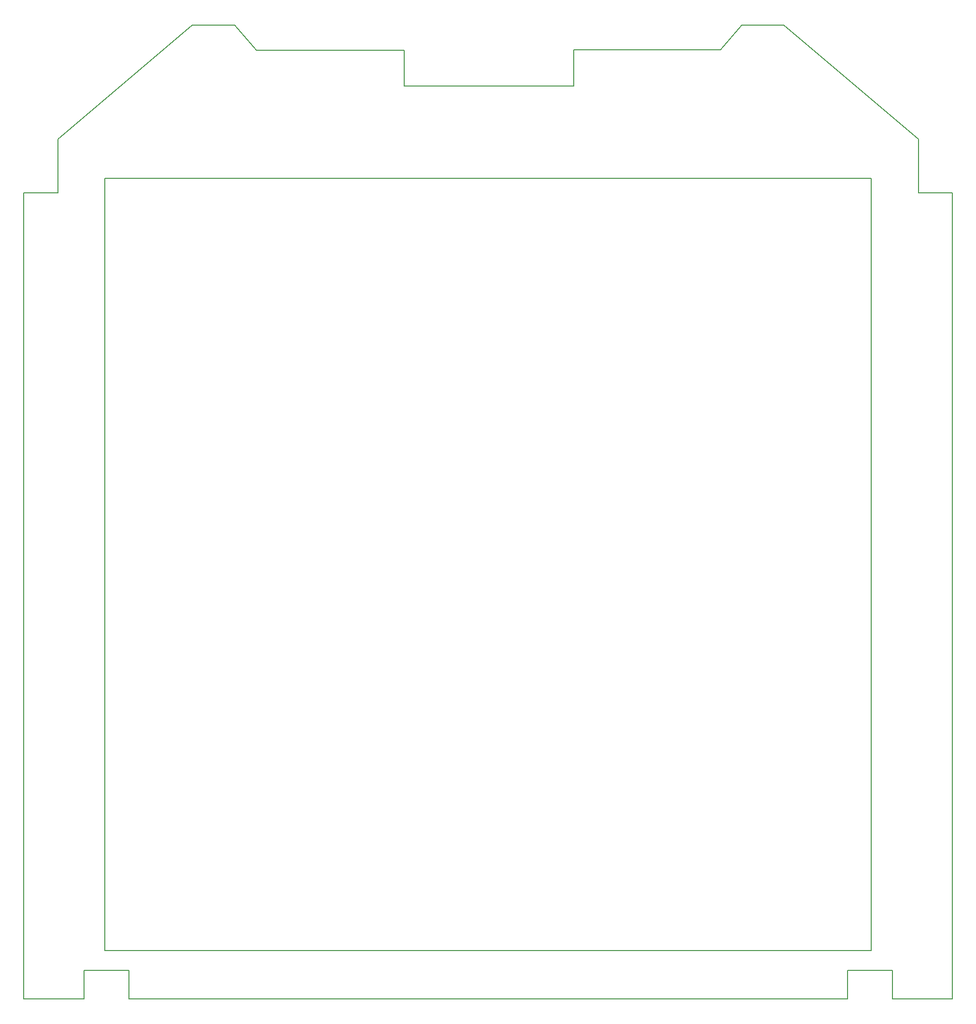
<source format=gbr>
G04 #@! TF.GenerationSoftware,KiCad,Pcbnew,(5.1.5-0-10_14)*
G04 #@! TF.CreationDate,2020-06-21T13:54:13+10:00*
G04 #@! TF.ProjectId,Buttons_AMPCD,42757474-6f6e-4735-9f41-4d5043442e6b,rev?*
G04 #@! TF.SameCoordinates,Original*
G04 #@! TF.FileFunction,Profile,NP*
%FSLAX46Y46*%
G04 Gerber Fmt 4.6, Leading zero omitted, Abs format (unit mm)*
G04 Created by KiCad (PCBNEW (5.1.5-0-10_14)) date 2020-06-21 13:54:13*
%MOMM*%
%LPD*%
G04 APERTURE LIST*
%ADD10C,0.200000*%
G04 APERTURE END LIST*
D10*
X52357000Y-22507000D02*
X44857000Y-22507000D01*
X82027000Y-26977000D02*
X56147000Y-26977000D01*
X82027000Y-33207000D02*
X82027000Y-26977000D01*
X111737000Y-26877000D02*
X137487000Y-26877000D01*
X111737000Y-33217000D02*
X111737000Y-26877000D01*
X148577000Y-22497000D02*
X141207000Y-22497000D01*
X33782000Y-193167000D02*
X33782000Y-188150500D01*
X159766000Y-193167000D02*
X33782000Y-193167000D01*
X29591000Y-49339500D02*
X163957000Y-49339500D01*
X33782000Y-188150500D02*
X25908000Y-188150500D01*
X163957000Y-49339500D02*
X163957000Y-184658000D01*
X163957000Y-184658000D02*
X29591000Y-184658000D01*
X29591000Y-184658000D02*
X29591000Y-49339500D01*
X172212000Y-51879500D02*
X178181000Y-51879500D01*
X52357000Y-22507000D02*
X56147000Y-26977000D01*
X159766000Y-188150500D02*
X159766000Y-193167000D01*
X167640000Y-188150500D02*
X159766000Y-188150500D01*
X172212000Y-42509046D02*
X172212000Y-51879500D01*
X137487000Y-26877000D02*
X141207000Y-22497000D01*
X15367000Y-193167000D02*
X15367000Y-51879500D01*
X82027000Y-33207000D02*
X111737000Y-33217000D01*
X25908000Y-188150500D02*
X25908000Y-193167000D01*
X167640000Y-193167000D02*
X167640000Y-188150500D01*
X15367000Y-51879500D02*
X21336000Y-51879500D01*
X21336000Y-51879500D02*
X21336000Y-42509046D01*
X148577000Y-22497000D02*
X172212000Y-42509046D01*
X21336000Y-42509046D02*
X44857000Y-22507000D01*
X178181000Y-193167000D02*
X167640000Y-193167000D01*
X178181000Y-51879500D02*
X178181000Y-193167000D01*
X25908000Y-193167000D02*
X15367000Y-193167000D01*
M02*

</source>
